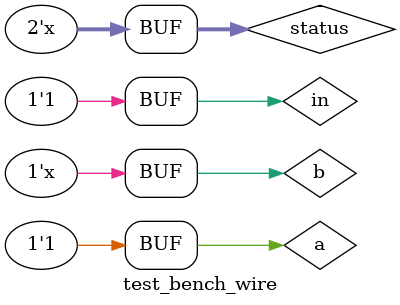
<source format=v>
module test_bench_wire ;
reg a; 
reg [1:0]status;
reg b;

Wire_3 w1(
	.A(in), 
	.B(out), 
	.status(status)
	);
//assign  in = (status == 2'b10 )? 1'bz :a;
assign in = a ;
//assign  out = b;
initial
begin
status=2'b0;
a=1;
b=1'bz;
end
always 
 #5 status <= status +1;
always
begin
#12.5  a <= 1'bz;
#25 a <= 1;
// #10 a<=  1;
// #12 a<=  0;
end
always
begin
#17 b<=0;
#13 b<=1'bz;
#5b<=1'bz;
end
endmodule
</source>
